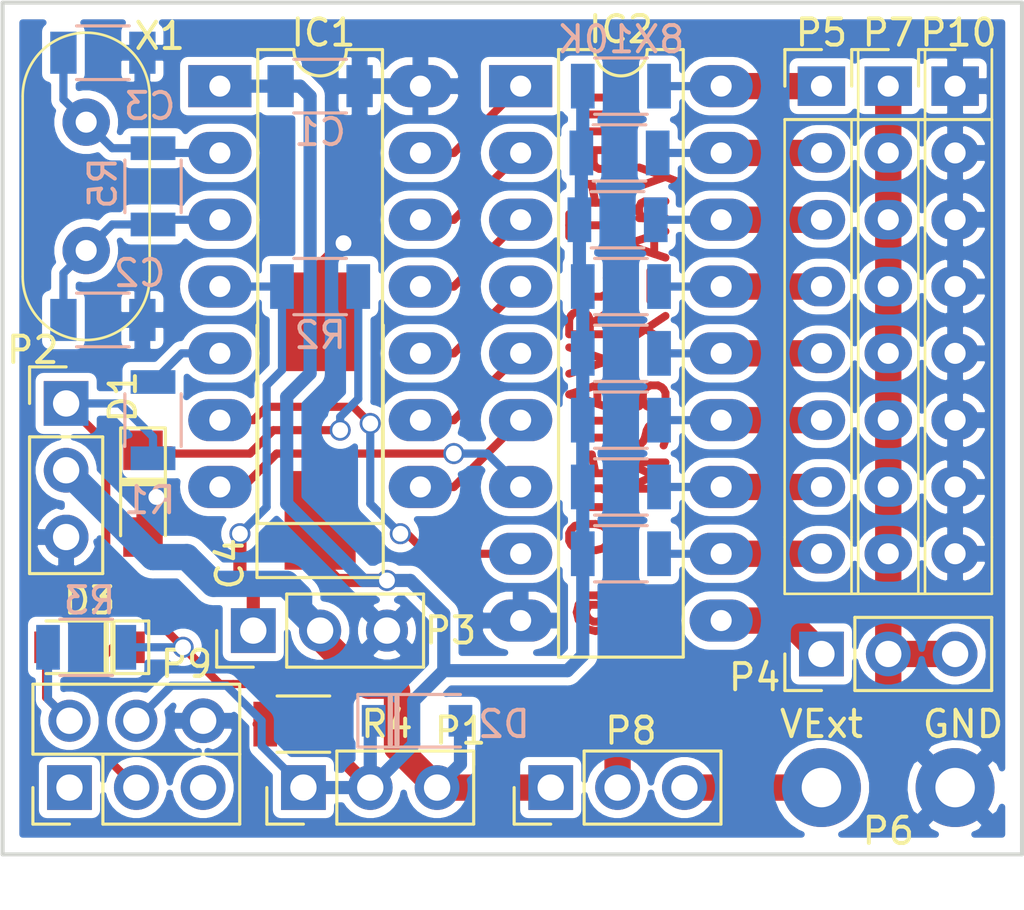
<source format=kicad_pcb>
(kicad_pcb (version 20171130) (host pcbnew "(5.1.5)-3")
  (title_block (title "Decodeur Multi Switch  8 voies") (date 2020-05-30) (rev 0.1) (company OpenAVRc))
  (layers (0 F.Cu signal) (31 B.Cu signal hide) (34 B.Paste user hide) (35 F.Paste user hide) (36 B.SilkS user hide) (37 F.SilkS user) (38 B.Mask user hide) (39 F.Mask user) (44 Edge.Cuts user))
  (net 0 "")
  (net 1 GND)
  (net 2 +5V)
  (net 3 "Net-(C2-Pad1)")
  (net 4 "Net-(IC1-Pad8)")
  (net 5 "Net-(IC1-Pad9)")
  (net 6 "Net-(IC1-Pad10)")
  (net 7 "Net-(IC1-Pad4)")
  (net 8 "Net-(IC1-Pad11)")
  (net 9 "Net-(IC1-Pad5)")
  (net 10 "Net-(IC1-Pad12)")
  (net 11 "Net-(IC1-Pad6)")
  (net 12 "Net-(IC1-Pad13)")
  (net 13 "Net-(IC1-Pad7)")
  (net 14 "Net-(C3-Pad1)")
  (net 15 "Net-(IC2-Pad10)")
  (net 16 "Net-(IC2-Pad11)")
  (net 17 "Net-(IC2-Pad12)")
  (net 18 "Net-(IC2-Pad13)")
  (net 19 "Net-(IC2-Pad14)")
  (net 20 "Net-(IC2-Pad15)")
  (net 21 "Net-(IC2-Pad16)")
  (net 22 "Net-(IC2-Pad17)")
  (net 23 "Net-(IC2-Pad18)")
  (net 24 "Net-(P2-Pad1)")
  (net 25 "Net-(P4-Pad2)")
  (net 26 +VRx)
  (net 27 "Net-(D3-Pad1)")
  (net 28 "Net-(D3-Pad2)")
  (net 29 +12C)
  (net 30 "Net-(D1-Pad1)")
  (module Pin_Header_Straight_1x09_Pitch2.54mm (layer F.Cu) (at 169.545 91.44)
    (fp_text reference P10 (at 0.127 -2.032) (layer F.SilkS))
    (fp_text value OUTPUT_1X8_GND)
    (fp_line (start -1.397 17.145) (end -1.397 19.304) (layer F.SilkS) (width 0.1))
    (fp_line (start -1.397 19.304) (end 1.397 19.304) (layer F.SilkS) (width 0.1))
    (fp_line (start 1.397 19.304) (end 1.397 17.145) (layer F.SilkS) (width 0.1))
    (fp_line (start -1.397 17.145) (end -1.397 1.27) (layer F.SilkS) (width 0.1))
    (fp_line (start 1.397 17.145) (end 1.397 -1.397) (layer F.SilkS) (width 0.1))
    (fp_line (start 1.39 1.27) (end -1.39 1.27) (layer F.SilkS) (width 0.12))
    (fp_line (start -1.39 0) (end -1.39 -1.39) (layer F.SilkS) (width 0.12))
    (fp_line (start -1.39 -1.39) (end 0 -1.39) (layer F.SilkS) (width 0.12))
    (pad 1 thru_hole rect (at 0 0) (size 1.8 1.5) (drill 0.8) (layers *.Cu *.Mask) (net 1 GND))
    (pad 2 thru_hole oval (at 0 2.54) (size 1.8 1.5) (drill 0.8) (layers *.Cu *.Mask) (net 1 GND))
    (pad 3 thru_hole oval (at 0 5.08) (size 1.8 1.5) (drill 0.8) (layers *.Cu *.Mask) (net 1 GND))
    (pad 4 thru_hole oval (at 0 7.62) (size 1.8 1.5) (drill 0.8) (layers *.Cu *.Mask) (net 1 GND))
    (pad 5 thru_hole oval (at 0 10.16) (size 1.8 1.5) (drill 0.8) (layers *.Cu *.Mask) (net 1 GND))
    (pad 6 thru_hole oval (at 0 12.7) (size 1.8 1.5) (drill 0.8) (layers *.Cu *.Mask) (net 1 GND))
    (pad 7 thru_hole oval (at 0 15.24) (size 1.8 1.5) (drill 0.8) (layers *.Cu *.Mask) (net 1 GND))
    (pad 8 thru_hole oval (at 0 17.78) (size 1.8 1.5) (drill 0.8) (layers *.Cu *.Mask) (net 1 GND))
  )
  (module Pin_Header_Straight_1x09_Pitch2.54mm (layer F.Cu) (at 167.005 91.44)
    (fp_text reference P7 (at 0 -2.032) (layer F.SilkS))
    (fp_text value OUTPUT_1X8_ALIM)
    (fp_line (start -1.397 17.145) (end -1.397 19.304) (layer F.SilkS) (width 0.1))
    (fp_line (start -1.397 19.304) (end 1.397 19.304) (layer F.SilkS) (width 0.1))
    (fp_line (start 1.397 19.304) (end 1.397 17.145) (layer F.SilkS) (width 0.1))
    (fp_line (start -1.397 17.145) (end -1.397 1.27) (layer F.SilkS) (width 0.1))
    (fp_line (start 1.397 17.145) (end 1.397 -1.397) (layer F.SilkS) (width 0.1))
    (fp_line (start 1.39 1.27) (end -1.39 1.27) (layer F.SilkS) (width 0.12))
    (fp_line (start -1.39 0) (end -1.39 -1.39) (layer F.SilkS) (width 0.12))
    (fp_line (start -1.39 -1.39) (end 0 -1.39) (layer F.SilkS) (width 0.12))
    (pad 1 thru_hole rect (at 0 0) (size 1.8 1.5) (drill 0.8) (layers *.Cu *.Mask) (net 25 "Net-(P4-Pad2)"))
    (pad 2 thru_hole oval (at 0 2.54) (size 1.8 1.5) (drill 0.8) (layers *.Cu *.Mask) (net 25 "Net-(P4-Pad2)"))
    (pad 3 thru_hole oval (at 0 5.08) (size 1.8 1.5) (drill 0.8) (layers *.Cu *.Mask) (net 25 "Net-(P4-Pad2)"))
    (pad 4 thru_hole oval (at 0 7.62) (size 1.8 1.5) (drill 0.8) (layers *.Cu *.Mask) (net 25 "Net-(P4-Pad2)"))
    (pad 5 thru_hole oval (at 0 10.16) (size 1.8 1.5) (drill 0.8) (layers *.Cu *.Mask) (net 25 "Net-(P4-Pad2)"))
    (pad 6 thru_hole oval (at 0 12.7) (size 1.8 1.5) (drill 0.8) (layers *.Cu *.Mask) (net 25 "Net-(P4-Pad2)"))
    (pad 7 thru_hole oval (at 0 15.24) (size 1.8 1.5) (drill 0.8) (layers *.Cu *.Mask) (net 25 "Net-(P4-Pad2)"))
    (pad 8 thru_hole oval (at 0 17.78) (size 1.8 1.5) (drill 0.8) (layers *.Cu *.Mask) (net 25 "Net-(P4-Pad2)"))
  )
  (module DIP-14_W7.62mm_LongPads (layer F.Cu) (at 141.605 91.44)
    (fp_text reference IC1 (at 3.937 -2.032) (layer F.SilkS))
    (fp_text value ATTINY84-P)
    (fp_line (start 2.81 -1.39) (end 1.44 -1.39) (layer F.SilkS) (width 0.12))
    (fp_line (start 1.44 -1.39) (end 1.44 16.63) (layer F.SilkS) (width 0.12))
    (fp_line (start 1.44 16.63) (end 6.18 16.63) (layer F.SilkS) (width 0.12))
    (fp_line (start 6.18 16.63) (end 6.18 -1.39) (layer F.SilkS) (width 0.12))
    (fp_line (start 6.18 -1.39) (end 4.81 -1.39) (layer F.SilkS) (width 0.12))
    (fp_arc (start 3.81 -1.39) (end 2.81 -1.39) (angle -180) (layer F.SilkS) (width 0.12))
    (pad 1 thru_hole rect (at 0 0) (size 2.4 1.6) (drill 0.8) (layers *.Cu *.Mask) (net 2 +5V))
    (pad 8 thru_hole oval (at 7.62 15.24) (size 2.4 1.6) (drill 0.8) (layers *.Cu *.Mask) (net 4 "Net-(IC1-Pad8)"))
    (pad 2 thru_hole oval (at 0 2.54) (size 2.4 1.6) (drill 0.8) (layers *.Cu *.Mask) (net 14 "Net-(C3-Pad1)"))
    (pad 9 thru_hole oval (at 7.62 12.7) (size 2.4 1.6) (drill 0.8) (layers *.Cu *.Mask) (net 5 "Net-(IC1-Pad9)"))
    (pad 3 thru_hole oval (at 0 5.08) (size 2.4 1.6) (drill 0.8) (layers *.Cu *.Mask) (net 3 "Net-(C2-Pad1)"))
    (pad 10 thru_hole oval (at 7.62 10.16) (size 2.4 1.6) (drill 0.8) (layers *.Cu *.Mask) (net 6 "Net-(IC1-Pad10)"))
    (pad 4 thru_hole oval (at 0 7.62) (size 2.4 1.6) (drill 0.8) (layers *.Cu *.Mask) (net 7 "Net-(IC1-Pad4)"))
    (pad 11 thru_hole oval (at 7.62 7.62) (size 2.4 1.6) (drill 0.8) (layers *.Cu *.Mask) (net 8 "Net-(IC1-Pad11)"))
    (pad 5 thru_hole oval (at 0 10.16) (size 2.4 1.6) (drill 0.8) (layers *.Cu *.Mask) (net 9 "Net-(IC1-Pad5)"))
    (pad 12 thru_hole oval (at 7.62 5.08) (size 2.4 1.6) (drill 0.8) (layers *.Cu *.Mask) (net 10 "Net-(IC1-Pad12)"))
    (pad 6 thru_hole oval (at 0 12.7) (size 2.4 1.6) (drill 0.8) (layers *.Cu *.Mask) (net 11 "Net-(IC1-Pad6)"))
    (pad 13 thru_hole oval (at 7.62 2.54) (size 2.4 1.6) (drill 0.8) (layers *.Cu *.Mask) (net 12 "Net-(IC1-Pad13)"))
    (pad 7 thru_hole oval (at 0 15.24) (size 2.4 1.6) (drill 0.8) (layers *.Cu *.Mask) (net 13 "Net-(IC1-Pad7)"))
    (pad 14 thru_hole oval (at 7.62 0) (size 2.4 1.6) (drill 0.8) (layers *.Cu *.Mask) (net 1 GND))
  )
  (module Pin_Header_Straight_1x09_Pitch2.54mm (layer F.Cu) (at 164.465 91.44)
    (fp_text reference P5 (at 0 -2.032) (layer F.SilkS))
    (fp_text value OUTPUT_1X8)
    (fp_line (start -1.397 17.145) (end -1.397 19.304) (layer F.SilkS) (width 0.1))
    (fp_line (start -1.397 19.304) (end 1.397 19.304) (layer F.SilkS) (width 0.1))
    (fp_line (start 1.397 19.304) (end 1.397 17.145) (layer F.SilkS) (width 0.1))
    (fp_line (start -1.397 17.145) (end -1.397 1.27) (layer F.SilkS) (width 0.1))
    (fp_line (start 1.397 17.145) (end 1.397 -1.397) (layer F.SilkS) (width 0.1))
    (fp_line (start 1.39 1.27) (end -1.39 1.27) (layer F.SilkS) (width 0.12))
    (fp_line (start -1.39 0) (end -1.39 -1.39) (layer F.SilkS) (width 0.12))
    (fp_line (start -1.39 -1.39) (end 0 -1.39) (layer F.SilkS) (width 0.12))
    (pad 1 thru_hole rect (at 0 0) (size 1.8 1.5) (drill 0.8) (layers *.Cu *.Mask) (net 23 "Net-(IC2-Pad18)"))
    (pad 2 thru_hole oval (at 0 2.54) (size 1.8 1.5) (drill 0.8) (layers *.Cu *.Mask) (net 22 "Net-(IC2-Pad17)"))
    (pad 3 thru_hole oval (at 0 5.08) (size 1.8 1.5) (drill 0.8) (layers *.Cu *.Mask) (net 21 "Net-(IC2-Pad16)"))
    (pad 4 thru_hole oval (at 0 7.62) (size 1.8 1.5) (drill 0.8) (layers *.Cu *.Mask) (net 20 "Net-(IC2-Pad15)"))
    (pad 5 thru_hole oval (at 0 10.16) (size 1.8 1.5) (drill 0.8) (layers *.Cu *.Mask) (net 19 "Net-(IC2-Pad14)"))
    (pad 6 thru_hole oval (at 0 12.7) (size 1.8 1.5) (drill 0.8) (layers *.Cu *.Mask) (net 18 "Net-(IC2-Pad13)"))
    (pad 7 thru_hole oval (at 0 15.24) (size 1.8 1.5) (drill 0.8) (layers *.Cu *.Mask) (net 17 "Net-(IC2-Pad12)"))
    (pad 8 thru_hole oval (at 0 17.78) (size 1.8 1.5) (drill 0.8) (layers *.Cu *.Mask) (net 16 "Net-(IC2-Pad11)"))
  )
  (module C_1206 (layer B.Cu) (at 145.415 91.44)
    (fp_text reference C1 (at 0 1.75) (layer B.SilkS) (effects (justify mirror)))
    (fp_text value 100nF)
    (fp_line (start 1 1.02) (end -1 1.02) (layer B.SilkS) (width 0.12))
    (fp_line (start -1 -1.02) (end 1 -1.02) (layer B.SilkS) (width 0.12))
    (pad 1 smd rect (at -1.5 0) (size 1 1.6) (layers B.Cu B.Paste B.Mask) (net 2 +5V))
    (pad 2 smd rect (at 1.5 0) (size 1 1.6) (layers B.Cu B.Paste B.Mask) (net 1 GND))
  )
  (module C_1206 (layer B.Cu) (at 137.16 100.33)
    (fp_text reference C2 (at 1.397 -1.778) (layer B.SilkS) (effects (justify mirror)))
    (fp_text value 22pF)
    (fp_line (start 1 1.02) (end -1 1.02) (layer B.SilkS) (width 0.12))
    (fp_line (start -1 -1.02) (end 1 -1.02) (layer B.SilkS) (width 0.12))
    (pad 1 smd rect (at -1.5 0) (size 1 1.6) (layers B.Cu B.Paste B.Mask) (net 3 "Net-(C2-Pad1)"))
    (pad 2 smd rect (at 1.5 0) (size 1 1.6) (layers B.Cu B.Paste B.Mask) (net 1 GND))
  )
  (module C_1206 (layer B.Cu) (at 137.16 90.17)
    (fp_text reference C3 (at 1.778 2.032) (layer B.SilkS) (effects (justify mirror)))
    (fp_text value 22pF)
    (fp_line (start 1 1.02) (end -1 1.02) (layer B.SilkS) (width 0.12))
    (fp_line (start -1 -1.02) (end 1 -1.02) (layer B.SilkS) (width 0.12))
    (pad 1 smd rect (at -1.5 0) (size 1 1.6) (layers B.Cu B.Paste B.Mask) (net 14 "Net-(C3-Pad1)"))
    (pad 2 smd rect (at 1.5 0) (size 1 1.6) (layers B.Cu B.Paste B.Mask) (net 1 GND))
  )
  (module R_1206 (layer B.Cu) (at 145.415 99.06)
    (fp_text reference R2 (at 0 1.85) (layer B.SilkS) (effects (justify mirror)))
    (fp_text value 2,7K)
    (fp_line (start 1 -1.07) (end -1 -1.07) (layer B.SilkS) (width 0.12))
    (fp_line (start -1 1.07) (end 1 1.07) (layer B.SilkS) (width 0.12))
    (pad 1 smd rect (at -1.45 0) (size 0.9 1.7) (layers B.Cu B.Paste B.Mask) (net 7 "Net-(IC1-Pad4)"))
    (pad 2 smd rect (at 1.45 0) (size 0.9 1.7) (layers B.Cu B.Paste B.Mask) (net 30 "Net-(D1-Pad1)"))
  )
  (module DIP-18_W7.62mm_LongPads (layer F.Cu) (at 153.035 91.44)
    (fp_text reference IC2 (at 3.81 -2.159) (layer F.SilkS))
    (fp_text value ULN2803)
    (fp_line (start 2.81 -1.39) (end 1.44 -1.39) (layer F.SilkS) (width 0.12))
    (fp_line (start 1.44 -1.39) (end 1.44 21.71) (layer F.SilkS) (width 0.12))
    (fp_line (start 1.44 21.71) (end 6.18 21.71) (layer F.SilkS) (width 0.12))
    (fp_line (start 6.18 21.71) (end 6.18 -1.39) (layer F.SilkS) (width 0.12))
    (fp_line (start 6.18 -1.39) (end 4.81 -1.39) (layer F.SilkS) (width 0.12))
    (fp_arc (start 3.81 -1.39) (end 2.81 -1.39) (angle -180) (layer F.SilkS) (width 0.12))
    (pad 1 thru_hole rect (at 0 0) (size 2.4 1.6) (drill 0.8) (layers *.Cu *.Mask) (net 12 "Net-(IC1-Pad13)"))
    (pad 10 thru_hole oval (at 7.62 20.32) (size 2.4 1.6) (drill 0.8) (layers *.Cu *.Mask) (net 15 "Net-(IC2-Pad10)"))
    (pad 2 thru_hole oval (at 0 2.54) (size 2.4 1.6) (drill 0.8) (layers *.Cu *.Mask) (net 10 "Net-(IC1-Pad12)"))
    (pad 11 thru_hole oval (at 7.62 17.78) (size 2.4 1.6) (drill 0.8) (layers *.Cu *.Mask) (net 16 "Net-(IC2-Pad11)"))
    (pad 3 thru_hole oval (at 0 5.08) (size 2.4 1.6) (drill 0.8) (layers *.Cu *.Mask) (net 8 "Net-(IC1-Pad11)"))
    (pad 12 thru_hole oval (at 7.62 15.24) (size 2.4 1.6) (drill 0.8) (layers *.Cu *.Mask) (net 17 "Net-(IC2-Pad12)"))
    (pad 4 thru_hole oval (at 0 7.62) (size 2.4 1.6) (drill 0.8) (layers *.Cu *.Mask) (net 6 "Net-(IC1-Pad10)"))
    (pad 13 thru_hole oval (at 7.62 12.7) (size 2.4 1.6) (drill 0.8) (layers *.Cu *.Mask) (net 18 "Net-(IC2-Pad13)"))
    (pad 5 thru_hole oval (at 0 10.16) (size 2.4 1.6) (drill 0.8) (layers *.Cu *.Mask) (net 5 "Net-(IC1-Pad9)"))
    (pad 14 thru_hole oval (at 7.62 10.16) (size 2.4 1.6) (drill 0.8) (layers *.Cu *.Mask) (net 19 "Net-(IC2-Pad14)"))
    (pad 6 thru_hole oval (at 0 12.7) (size 2.4 1.6) (drill 0.8) (layers *.Cu *.Mask) (net 4 "Net-(IC1-Pad8)"))
    (pad 15 thru_hole oval (at 7.62 7.62) (size 2.4 1.6) (drill 0.8) (layers *.Cu *.Mask) (net 20 "Net-(IC2-Pad15)"))
    (pad 7 thru_hole oval (at 0 15.24) (size 2.4 1.6) (drill 0.8) (layers *.Cu *.Mask) (net 13 "Net-(IC1-Pad7)"))
    (pad 16 thru_hole oval (at 7.62 5.08) (size 2.4 1.6) (drill 0.8) (layers *.Cu *.Mask) (net 21 "Net-(IC2-Pad16)"))
    (pad 8 thru_hole oval (at 0 17.78) (size 2.4 1.6) (drill 0.8) (layers *.Cu *.Mask) (net 11 "Net-(IC1-Pad6)"))
    (pad 17 thru_hole oval (at 7.62 2.54) (size 2.4 1.6) (drill 0.8) (layers *.Cu *.Mask) (net 22 "Net-(IC2-Pad17)"))
    (pad 9 thru_hole oval (at 0 20.32) (size 2.4 1.6) (drill 0.8) (layers *.Cu *.Mask) (net 1 GND))
    (pad 18 thru_hole oval (at 7.62 0) (size 2.4 1.6) (drill 0.8) (layers *.Cu *.Mask) (net 23 "Net-(IC2-Pad18)"))
  )
  (module Pin_Header_Straight_1x03_Pitch2.54mm (layer F.Cu) (at 144.78 118.11 90)
    (fp_text reference P1 (at 2.159 5.969 180) (layer F.SilkS))
    (fp_text value "+V=VRx / +V<VRx")
    (fp_line (start -1.39 1.27) (end -1.39 6.47) (layer F.SilkS) (width 0.12))
    (fp_line (start -1.39 6.47) (end 1.39 6.47) (layer F.SilkS) (width 0.12))
    (fp_line (start 1.39 6.47) (end 1.39 1.27) (layer F.SilkS) (width 0.12))
    (fp_line (start 1.39 1.27) (end -1.39 1.27) (layer F.SilkS) (width 0.12))
    (fp_line (start -1.39 0) (end -1.39 -1.39) (layer F.SilkS) (width 0.12))
    (fp_line (start -1.39 -1.39) (end 0 -1.39) (layer F.SilkS) (width 0.12))
    (pad 1 thru_hole rect (at 0 0 90) (size 1.7 1.7) (drill 1) (layers *.Cu *.Mask) (net 2 +5V))
    (pad 2 thru_hole oval (at 0 2.54 90) (size 1.7 1.7) (drill 1) (layers *.Cu *.Mask) (net 2 +5V))
    (pad 3 thru_hole oval (at 0 5.08 90) (size 1.7 1.7) (drill 1) (layers *.Cu *.Mask) (net 26 +VRx))
  )
  (module Pin_Header_Straight_1x03_Pitch2.54mm (layer F.Cu) (at 135.763 103.505)
    (fp_text reference P2 (at -1.27 -2.032 180) (layer F.SilkS))
    (fp_text value XANY_INPUT)
    (fp_line (start -1.39 1.27) (end -1.39 6.47) (layer F.SilkS) (width 0.12))
    (fp_line (start -1.39 6.47) (end 1.39 6.47) (layer F.SilkS) (width 0.12))
    (fp_line (start 1.39 6.47) (end 1.39 1.27) (layer F.SilkS) (width 0.12))
    (fp_line (start 1.39 1.27) (end -1.39 1.27) (layer F.SilkS) (width 0.12))
    (fp_line (start -1.39 0) (end -1.39 -1.39) (layer F.SilkS) (width 0.12))
    (fp_line (start -1.39 -1.39) (end 0 -1.39) (layer F.SilkS) (width 0.12))
    (pad 1 thru_hole rect (at 0 0) (size 1.7 1.7) (drill 1) (layers *.Cu *.Mask) (net 24 "Net-(P2-Pad1)"))
    (pad 2 thru_hole oval (at 0 2.54) (size 1.7 1.7) (drill 1) (layers *.Cu *.Mask) (net 26 +VRx))
    (pad 3 thru_hole oval (at 0 5.08) (size 1.7 1.7) (drill 1) (layers *.Cu *.Mask) (net 1 GND))
  )
  (module Pin_Header_Straight_1x03_Pitch2.54mm (layer F.Cu) (at 142.875 112.141 90)
    (fp_text reference P3 (at 0 7.493 180) (layer F.SilkS))
    (fp_text value SERVO)
    (fp_line (start -1.39 1.27) (end -1.39 6.47) (layer F.SilkS) (width 0.12))
    (fp_line (start -1.39 6.47) (end 1.39 6.47) (layer F.SilkS) (width 0.12))
    (fp_line (start 1.39 6.47) (end 1.39 1.27) (layer F.SilkS) (width 0.12))
    (fp_line (start 1.39 1.27) (end -1.39 1.27) (layer F.SilkS) (width 0.12))
    (fp_line (start -1.39 0) (end -1.39 -1.39) (layer F.SilkS) (width 0.12))
    (fp_line (start -1.39 -1.39) (end 0 -1.39) (layer F.SilkS) (width 0.12))
    (pad 1 thru_hole rect (at 0 0 90) (size 1.7 1.7) (drill 1) (layers *.Cu *.Mask) (net 7 "Net-(IC1-Pad4)"))
    (pad 2 thru_hole circle (at 0 2.54 90) (size 1.6 1.6) (drill 1) (layers *.Cu *.Mask) (net 26 +VRx))
    (pad 3 thru_hole circle (at 0 5.08 90) (size 1.6 1.6) (drill 1) (layers *.Cu *.Mask) (net 1 GND))
  )
  (module Pin_Header_Straight_1x03_Pitch2.54mm (layer F.Cu) (at 164.465 113.03 90)
    (fp_text reference P4 (at -0.889 -2.54 180) (layer F.SilkS))
    (fp_text value DIODE)
    (fp_line (start -1.39 1.27) (end -1.39 6.47) (layer F.SilkS) (width 0.12))
    (fp_line (start -1.39 6.47) (end 1.39 6.47) (layer F.SilkS) (width 0.12))
    (fp_line (start 1.39 6.47) (end 1.39 1.27) (layer F.SilkS) (width 0.12))
    (fp_line (start 1.39 1.27) (end -1.39 1.27) (layer F.SilkS) (width 0.12))
    (fp_line (start -1.39 0) (end -1.39 -1.39) (layer F.SilkS) (width 0.12))
    (fp_line (start -1.39 -1.39) (end 0 -1.39) (layer F.SilkS) (width 0.12))
    (pad 1 thru_hole rect (at 0 0 90) (size 1.7 1.7) (drill 1) (layers *.Cu *.Mask) (net 15 "Net-(IC2-Pad10)"))
    (pad 2 thru_hole oval (at 0 2.54 90) (size 1.7 1.7) (drill 1) (layers *.Cu *.Mask) (net 25 "Net-(P4-Pad2)"))
    (pad 3 thru_hole oval (at 0 5.08 90) (size 1.7 1.7) (drill 1) (layers *.Cu *.Mask) (net 25 "Net-(P4-Pad2)"))
  )
  (module R_1206 (layer B.Cu) (at 139.065 104.14 90)
    (fp_text reference R1 (at -3.048 -0.127 180) (layer B.SilkS) (effects (justify mirror)))
    (fp_text value 1K)
    (fp_line (start 1 -1.07) (end -1 -1.07) (layer B.SilkS) (width 0.12))
    (fp_line (start -1 1.07) (end 1 1.07) (layer B.SilkS) (width 0.12))
    (pad 1 smd rect (at -1.45 0 90) (size 0.9 1.7) (layers B.Cu B.Paste B.Mask) (net 24 "Net-(P2-Pad1)"))
    (pad 2 smd rect (at 1.45 0 90) (size 0.9 1.7) (layers B.Cu B.Paste B.Mask) (net 9 "Net-(IC1-Pad5)"))
  )
  (module Pin_Header_Straight_1x03_Pitch2.54mm (layer F.Cu) (at 154.178 118.11 90)
    (fp_text reference P8 (at 2.159 3.048 180) (layer F.SilkS))
    (fp_text value SEL_ALIM)
    (fp_line (start -1.39 1.27) (end -1.39 6.47) (layer F.SilkS) (width 0.12))
    (fp_line (start -1.39 6.47) (end 1.39 6.47) (layer F.SilkS) (width 0.12))
    (fp_line (start 1.39 6.47) (end 1.39 1.27) (layer F.SilkS) (width 0.12))
    (fp_line (start 1.39 1.27) (end -1.39 1.27) (layer F.SilkS) (width 0.12))
    (fp_line (start -1.39 0) (end -1.39 -1.39) (layer F.SilkS) (width 0.12))
    (fp_line (start -1.39 -1.39) (end 0 -1.39) (layer F.SilkS) (width 0.12))
    (pad 1 thru_hole rect (at 0 0 90) (size 1.7 1.7) (drill 1) (layers *.Cu *.Mask) (net 26 +VRx))
    (pad 2 thru_hole oval (at 0 2.54 90) (size 1.7 1.7) (drill 1) (layers *.Cu *.Mask) (net 25 "Net-(P4-Pad2)"))
    (pad 3 thru_hole oval (at 0 5.08 90) (size 1.7 1.7) (drill 1) (layers *.Cu *.Mask) (net 29 +12C))
  )
  (module R_1206 (layer B.Cu) (at 136.525 112.776)
    (fp_text reference R3 (at 0.127 -1.778) (layer B.SilkS) (effects (justify mirror)))
    (fp_text value 1K)
    (fp_line (start 1 -1.07) (end -1 -1.07) (layer B.SilkS) (width 0.12))
    (fp_line (start -1 1.07) (end 1 1.07) (layer B.SilkS) (width 0.12))
    (pad 1 smd rect (at -1.45 0) (size 0.9 1.7) (layers B.Cu B.Paste B.Mask) (net 28 "Net-(D3-Pad2)"))
    (pad 2 smd rect (at 1.45 0) (size 0.9 1.7) (layers B.Cu B.Paste B.Mask) (net 24 "Net-(P2-Pad1)"))
  )
  (module R_1206 (layer F.Cu) (at 144.78 115.697 180)
    (fp_text reference R4 (at -3.175 0 180) (layer F.SilkS))
    (fp_text value 10K)
    (fp_line (start 1 1.07) (end -1 1.07) (layer F.SilkS) (width 0.12))
    (fp_line (start -1 -1.07) (end 1 -1.07) (layer F.SilkS) (width 0.12))
    (pad 1 smd rect (at -1.45 0 180) (size 0.9 1.7) (layers F.Cu F.Paste F.Mask) (net 2 +5V))
    (pad 2 smd rect (at 1.45 0 180) (size 0.9 1.7) (layers F.Cu F.Paste F.Mask) (net 24 "Net-(P2-Pad1)"))
  )
  (module Pin_Header_Straight_2x03_Pitch2.54mm (layer F.Cu) (at 135.89 118.11 90)
    (fp_text reference P9 (at 4.699 4.445 180) (layer F.SilkS))
    (fp_text value FTDI)
    (fp_line (start 1.27 1.27) (end 1.27 6.477) (layer F.SilkS) (width 0.12))
    (fp_line (start -1.39 1.27) (end -1.39 6.47) (layer F.SilkS) (width 0.12))
    (fp_line (start -1.39 6.47) (end 3.93 6.47) (layer F.SilkS) (width 0.12))
    (fp_line (start 3.93 6.47) (end 3.93 -1.39) (layer F.SilkS) (width 0.12))
    (fp_line (start 3.93 -1.39) (end 1.27 -1.39) (layer F.SilkS) (width 0.12))
    (fp_line (start 1.27 -1.39) (end 1.27 1.27) (layer F.SilkS) (width 0.12))
    (fp_line (start 1.27 1.27) (end -1.39 1.27) (layer F.SilkS) (width 0.12))
    (fp_line (start -1.39 0) (end -1.39 -1.39) (layer F.SilkS) (width 0.12))
    (fp_line (start -1.39 -1.39) (end 0 -1.39) (layer F.SilkS) (width 0.12))
    (pad 1 thru_hole rect (at 0 0 90) (size 1.7 1.7) (drill 1) (layers *.Cu *.Mask))
    (pad 2 thru_hole circle (at 2.54 0 90) (size 1.6 1.6) (drill 1) (layers *.Cu *.Mask) (net 28 "Net-(D3-Pad2)"))
    (pad 3 thru_hole oval (at 0 2.54 90) (size 1.7 1.7) (drill 1) (layers *.Cu *.Mask) (net 27 "Net-(D3-Pad1)"))
    (pad 4 thru_hole circle (at 2.54 2.54 90) (size 1.6 1.6) (drill 1) (layers *.Cu *.Mask) (net 2 +5V))
    (pad 5 thru_hole oval (at 0 5.08 90) (size 1.7 1.7) (drill 1) (layers *.Cu *.Mask))
    (pad 6 thru_hole oval (at 2.54 5.08 90) (size 1.7 1.7) (drill 1) (layers *.Cu *.Mask) (net 1 GND))
  )
  (module R_1206 (layer B.Cu) (at 139.065 95.25 90)
    (fp_text reference R5 (at 0.127 -1.905 90) (layer B.SilkS) (effects (justify mirror)))
    (fp_text value 1M)
    (fp_line (start 1 -1.07) (end -1 -1.07) (layer B.SilkS) (width 0.12))
    (fp_line (start -1 1.07) (end 1 1.07) (layer B.SilkS) (width 0.12))
    (pad 1 smd rect (at -1.45 0 90) (size 0.9 1.7) (layers B.Cu B.Paste B.Mask) (net 3 "Net-(C2-Pad1)"))
    (pad 2 smd rect (at 1.45 0 90) (size 0.9 1.7) (layers B.Cu B.Paste B.Mask) (net 14 "Net-(C3-Pad1)"))
  )
  (module R_1206 (layer B.Cu) (at 156.845 91.44)
    (fp_text reference R6 hide)
    (fp_text value 10K)
    (fp_line (start 1 -1.07) (end -1 -1.07) (layer B.SilkS) (width 0.12))
    (fp_line (start -1 1.07) (end 1 1.07) (layer B.SilkS) (width 0.12))
    (pad 1 smd rect (at -1.45 0) (size 0.9 1.7) (layers B.Cu B.Paste B.Mask) (net 2 +5V))
    (pad 2 smd rect (at 1.45 0) (size 0.9 1.7) (layers B.Cu B.Paste B.Mask) (net 23 "Net-(IC2-Pad18)"))
  )
  (module R_1206 (layer B.Cu) (at 156.792 93.98)
    (fp_text reference R7 hide)
    (fp_text value 10K)
    (fp_line (start 1 -1.07) (end -1 -1.07) (layer B.SilkS) (width 0.12))
    (fp_line (start -1 1.07) (end 1 1.07) (layer B.SilkS) (width 0.12))
    (pad 1 smd rect (at -1.45 0) (size 0.9 1.7) (layers B.Cu B.Paste B.Mask) (net 2 +5V))
    (pad 2 smd rect (at 1.45 0) (size 0.9 1.7) (layers B.Cu B.Paste B.Mask) (net 22 "Net-(IC2-Pad17)"))
  )
  (module R_1206 (layer B.Cu) (at 156.718 96.52)
    (fp_text reference R8 hide)
    (fp_text value 10K)
    (fp_line (start 1 -1.07) (end -1 -1.07) (layer B.SilkS) (width 0.12))
    (fp_line (start -1 1.07) (end 1 1.07) (layer B.SilkS) (width 0.12))
    (pad 1 smd rect (at -1.45 0) (size 0.9 1.7) (layers B.Cu B.Paste B.Mask) (net 2 +5V))
    (pad 2 smd rect (at 1.45 0) (size 0.9 1.7) (layers B.Cu B.Paste B.Mask) (net 21 "Net-(IC2-Pad16)"))
  )
  (module R_1206 (layer B.Cu) (at 156.845 99.06)
    (fp_text reference R9 hide)
    (fp_text value 10K)
    (fp_line (start 1 -1.07) (end -1 -1.07) (layer B.SilkS) (width 0.12))
    (fp_line (start -1 1.07) (end 1 1.07) (layer B.SilkS) (width 0.12))
    (pad 1 smd rect (at -1.45 0) (size 0.9 1.7) (layers B.Cu B.Paste B.Mask) (net 2 +5V))
    (pad 2 smd rect (at 1.45 0) (size 0.9 1.7) (layers B.Cu B.Paste B.Mask) (net 20 "Net-(IC2-Pad15)"))
  )
  (module R_1206 (layer B.Cu) (at 156.845 101.6)
    (fp_text reference R10 hide)
    (fp_text value 10K)
    (fp_line (start 1 -1.07) (end -1 -1.07) (layer B.SilkS) (width 0.12))
    (fp_line (start -1 1.07) (end 1 1.07) (layer B.SilkS) (width 0.12))
    (pad 1 smd rect (at -1.45 0) (size 0.9 1.7) (layers B.Cu B.Paste B.Mask) (net 2 +5V))
    (pad 2 smd rect (at 1.45 0) (size 0.9 1.7) (layers B.Cu B.Paste B.Mask) (net 19 "Net-(IC2-Pad14)"))
  )
  (module R_1206 (layer B.Cu) (at 156.845 104.14)
    (fp_text reference R11 hide)
    (fp_text value 10K)
    (fp_line (start 1 -1.07) (end -1 -1.07) (layer B.SilkS) (width 0.12))
    (fp_line (start -1 1.07) (end 1 1.07) (layer B.SilkS) (width 0.12))
    (pad 1 smd rect (at -1.45 0) (size 0.9 1.7) (layers B.Cu B.Paste B.Mask) (net 2 +5V))
    (pad 2 smd rect (at 1.45 0) (size 0.9 1.7) (layers B.Cu B.Paste B.Mask) (net 18 "Net-(IC2-Pad13)"))
  )
  (module R_1206 (layer B.Cu) (at 156.845 106.68)
    (fp_text reference R12 hide)
    (fp_text value 10K)
    (fp_line (start 1 -1.07) (end -1 -1.07) (layer B.SilkS) (width 0.12))
    (fp_line (start -1 1.07) (end 1 1.07) (layer B.SilkS) (width 0.12))
    (pad 1 smd rect (at -1.45 0) (size 0.9 1.7) (layers B.Cu B.Paste B.Mask) (net 2 +5V))
    (pad 2 smd rect (at 1.45 0) (size 0.9 1.7) (layers B.Cu B.Paste B.Mask) (net 17 "Net-(IC2-Pad12)"))
  )
  (module R_1206 (layer B.Cu) (at 156.845 109.22)
    (fp_text reference R13 hide)
    (fp_text value 10K)
    (fp_line (start 1 -1.07) (end -1 -1.07) (layer B.SilkS) (width 0.12))
    (fp_line (start -1 1.07) (end 1 1.07) (layer B.SilkS) (width 0.12))
    (pad 1 smd rect (at -1.45 0) (size 0.9 1.7) (layers B.Cu B.Paste B.Mask) (net 2 +5V))
    (pad 2 smd rect (at 1.45 0) (size 0.9 1.7) (layers B.Cu B.Paste B.Mask) (net 16 "Net-(IC2-Pad11)"))
  )
  (module CP_Tantalum_Case-D_EIA-7343-31_Hand (layer F.Cu) (at 145.415 104.175 90)
    (fp_text reference C4 (at -5.426 -3.429 90) (layer F.SilkS))
    (fp_text value 220uF)
    (fp_line (start -5.95 -2.4) (end 3.65 -2.4) (layer F.SilkS) (width 0.12))
    (fp_line (start -5.95 2.4) (end 3.65 2.4) (layer F.SilkS) (width 0.12))
    (fp_line (start -5.95 -2.4) (end -5.95 2.4) (layer F.SilkS) (width 0.12))
    (pad 1 smd rect (at -3.775 0 90) (size 3.75 2.7) (layers F.Cu F.Paste F.Mask) (net 2 +5V))
    (pad 2 smd rect (at 3.775 0 90) (size 3.75 2.7) (layers F.Cu F.Paste F.Mask) (net 1 GND))
  )
  (module mylib:LED_1206 (layer F.Cu) (at 138.684 106.935 270)
    (fp_text reference D1 (at -3.684 0.762 270) (layer F.SilkS))
    (fp_text value LED)
    (fp_line (start -2.5 -0.85) (end -2.5 0.85) (layer F.SilkS) (width 0.12))
    (fp_line (start -2.45 0.85) (end 1.6 0.85) (layer F.SilkS) (width 0.12))
    (fp_line (start -2.45 -0.85) (end 1.6 -0.85) (layer F.SilkS) (width 0.12))
    (pad 2 smd rect (at 1.65 0 90) (size 1.5 1.5) (layers F.Cu F.Paste F.Mask) (net 1 GND))
    (pad 1 smd rect (at -1.65 0 90) (size 1.5 1.5) (layers F.Cu F.Paste F.Mask) (net 30 "Net-(D1-Pad1)"))
  )
  (module Diode_SMD:D_SOD-123 (layer B.Cu) (at 149.098 115.57)
    (fp_text reference D2 (at 3.302 0.127) (layer B.SilkS) (effects (justify mirror)))
    (fp_text value LL4148)
    (fp_line (start -2.25 1) (end 1.65 1) (layer B.SilkS) (width 0.12))
    (fp_line (start -2.25 -1) (end 1.65 -1) (layer B.SilkS) (width 0.12))
    (fp_line (start -2.25 1) (end -2.25 -1) (layer B.SilkS) (width 0.12))
    (pad 2 smd rect (at 1.65 0) (size 0.9 1.2) (layers B.Cu B.Paste B.Mask) (net 26 +VRx))
    (pad 1 smd rect (at -1.65 0) (size 0.9 1.2) (layers B.Cu B.Paste B.Mask) (net 2 +5V))
  )
  (module Diode_SMD:D_SOD-123 (layer F.Cu) (at 136.652 112.776 180)
    (fp_text reference D3 (at 0 1.778) (layer F.SilkS))
    (fp_text value LL4148)
    (fp_line (start -2.25 -1) (end -2.25 1) (layer F.SilkS) (width 0.12))
    (fp_line (start -2.25 1) (end 1.65 1) (layer F.SilkS) (width 0.12))
    (fp_line (start -2.25 -1) (end 1.65 -1) (layer F.SilkS) (width 0.12))
    (pad 1 smd rect (at -1.65 0 180) (size 0.9 1.2) (layers F.Cu F.Paste F.Mask) (net 27 "Net-(D3-Pad1)"))
    (pad 2 smd rect (at 1.65 0 180) (size 0.9 1.2) (layers F.Cu F.Paste F.Mask) (net 28 "Net-(D3-Pad2)"))
  )
  (module mylib:Faston_V-5_08 (layer F.Cu) (at 167.005 118.11 180)
    (fp_text reference P6 (at 0 -1.651 180) (layer F.SilkS))
    (fp_text value VExt)
    (pad 2 thru_hole circle (at 2.54 0 180) (size 3 3) (drill 1.5) (layers *.Cu *.Mask) (net 29 +12C))
    (pad 1 thru_hole circle (at -2.54 0 180) (size 3 3) (drill 1.5) (layers *.Cu *.Mask) (net 1 GND))
  )
  (module mylib:HC-39 (layer F.Cu) (at 136.525 95.25 270)
    (fp_text reference X1 (at -5.715 -2.794) (layer F.SilkS))
    (fp_text value 16Mhz)
    (fp_arc (start 3.429 0) (end 3.429 2.413) (angle -180) (layer F.SilkS) (width 0.1))
    (fp_arc (start -3.429 0) (end -3.429 -2.413) (angle -180) (layer F.SilkS) (width 0.1))
    (fp_line (start 3.429 2.413) (end -3.429 2.413) (layer F.SilkS) (width 0.1))
    (fp_line (start 3.429 -2.413) (end -3.429 -2.413) (layer F.SilkS) (width 0.1))
    (pad 2 thru_hole circle (at 2.44 0 270) (size 1.8 1.8) (drill 0.8) (layers *.Cu *.Mask) (net 3 "Net-(C2-Pad1)"))
    (pad 1 thru_hole circle (at -2.44 0 270) (size 1.8 1.8) (drill 0.8) (layers *.Cu *.Mask) (net 14 "Net-(C3-Pad1)"))
  )
  (gr_line (start 148.082 114.681) (end 148.082 116.459) (layer B.SilkS) (width 0.2))
  (gr_line (start 148.336 116.459) (end 148.336 114.681) (layer B.SilkS) (width 0.2))
  (gr_line (start 137.922 106.553) (end 139.446 106.553) (layer F.SilkS) (width 0.2))
  (gr_line (start 137.922 106.426) (end 139.446 106.426) (layer F.SilkS) (width 0.2))
  (gr_line (start 137.541 111.887) (end 137.541 113.665) (layer F.SilkS) (width 0.2))
  (gr_line (start 137.287 111.887) (end 137.287 113.665) (layer F.SilkS) (width 0.2))
  (gr_text "VExt   GND" (at 167.132 115.697) (layer F.SilkS) (effects (font (size 1 1))))
  (gr_text 8X10K (at 156.845 89.662) (layer B.SilkS) (effects (font (size 1 1)) (justify mirror)))
  (gr_line (start 133.35 120.65) (end 133.35 88.265) (angle 90) (layer Edge.Cuts) (width 0.15))
  (gr_line (start 172.085 120.65) (end 172.085 88.265) (angle 90) (layer Edge.Cuts) (width 0.15))
  (gr_line (start 172.085 88.265) (end 133.35 88.265) (angle 90) (layer Edge.Cuts) (width 0.15))
  (gr_line (start 133.35 120.65) (end 172.085 120.65) (angle 90) (layer Edge.Cuts) (width 0.15))
  (gr_text "MS8 X-Any" (at 157.861 100.711 90) (layer F.Cu) (effects (font (size 1.5 1.5) (thickness 0.3))))
  (gr_text "@ OpenAVRc Team" (at 155.702 101.981 90) (layer F.Cu) (effects (font (size 1.5 1.5) (thickness 0.3))))
  (segment (start 146.915 91.44) (end 149.225 91.44) (width 0.5) (layer B.Cu) (net 1))
  (segment (start 138.684 108.585) (end 138.684 107.569) (width 0.5) (layer F.Cu) (net 1))
  (via (at 139.192 107.061) (size 0.8) (drill 0.6) (layers F.Cu B.Cu) (net 1))
  (segment (start 138.684 107.569) (end 139.192 107.061) (width 0.5) (layer F.Cu) (net 1))
  (segment (start 145.415 98.298) (end 145.415 100.4) (width 0.5) (layer F.Cu) (net 1))
  (via (at 146.304 97.409) (size 0.8) (drill 0.6) (layers F.Cu B.Cu) (net 1))
  (segment (start 146.304 97.409) (end 145.415 98.298) (width 0.5) (layer F.Cu) (net 1))
  (segment (start 146.23 115.697) (end 146.23 117.02) (width 0.5) (layer F.Cu) (net 2))
  (segment (start 146.23 117.02) (end 147.32 118.11) (width 0.5) (layer F.Cu) (net 2))
  (segment (start 148.971 116.459) (end 147.32 118.11) (width 0.5) (layer B.Cu) (net 2))
  (segment (start 150.114 113.665) (end 148.971 114.808) (width 0.5) (layer B.Cu) (net 2))
  (segment (start 148.971 114.808) (end 148.971 116.459) (width 0.5) (layer B.Cu) (net 2))
  (segment (start 144.78 118.11) (end 147.32 118.11) (width 0.5) (layer B.Cu) (net 2))
  (segment (start 147.448 117.982) (end 147.32 118.11) (width 0.5) (layer B.Cu) (net 2))
  (segment (start 143.915 91.44) (end 141.605 91.44) (width 0.5) (layer B.Cu) (net 2))
  (segment (start 155.395 93.927) (end 155.342 93.98) (width 0.5) (layer B.Cu) (net 2))
  (segment (start 155.395 91.44) (end 155.395 93.927) (width 0.5) (layer B.Cu) (net 2))
  (segment (start 155.342 96.446) (end 155.268 96.52) (width 0.5) (layer B.Cu) (net 2))
  (segment (start 155.342 93.98) (end 155.342 96.446) (width 0.5) (layer B.Cu) (net 2))
  (segment (start 155.268 98.933) (end 155.395 99.06) (width 0.5) (layer B.Cu) (net 2))
  (segment (start 155.268 96.52) (end 155.268 98.933) (width 0.5) (layer B.Cu) (net 2))
  (segment (start 155.395 99.06) (end 155.395 101.6) (width 0.5) (layer B.Cu) (net 2))
  (segment (start 155.395 101.6) (end 155.395 104.14) (width 0.5) (layer B.Cu) (net 2))
  (segment (start 155.395 104.14) (end 155.395 106.68) (width 0.5) (layer B.Cu) (net 2))
  (segment (start 155.395 106.68) (end 155.395 109.22) (width 0.5) (layer B.Cu) (net 2))
  (segment (start 155.395 109.22) (end 155.395 113.083) (width 0.5) (layer B.Cu) (net 2))
  (segment (start 154.813 113.665) (end 150.114 113.665) (width 0.5) (layer B.Cu) (net 2))
  (segment (start 155.395 113.083) (end 154.813 113.665) (width 0.5) (layer B.Cu) (net 2))
  (segment (start 150.114 111.506) (end 150.114 113.665) (width 0.5) (layer B.Cu) (net 2))
  (segment (start 148.844 110.236) (end 150.114 111.506) (width 0.5) (layer B.Cu) (net 2))
  (segment (start 145.415 107.95) (end 145.415 109.601) (width 0.5) (layer F.Cu) (net 2))
  (segment (start 145.415 109.601) (end 146.05 110.236) (width 0.5) (layer F.Cu) (net 2))
  (via (at 147.955 110.236) (size 0.8) (drill 0.6) (layers F.Cu B.Cu) (net 2))
  (segment (start 146.05 110.236) (end 147.955 110.236) (width 0.5) (layer F.Cu) (net 2))
  (segment (start 147.955 110.236) (end 148.844 110.236) (width 0.5) (layer B.Cu) (net 2))
  (segment (start 147.066 110.236) (end 147.955 110.236) (width 0.5) (layer B.Cu) (net 2))
  (segment (start 143.915 91.44) (end 144.653 91.44) (width 0.5) (layer B.Cu) (net 2))
  (segment (start 144.653 91.44) (end 145.034 91.821) (width 0.5) (layer B.Cu) (net 2))
  (segment (start 145.034 102.362) (end 144.145 103.251) (width 0.5) (layer B.Cu) (net 2))
  (segment (start 144.145 103.251) (end 144.145 107.315) (width 0.5) (layer B.Cu) (net 2))
  (segment (start 145.034 91.821) (end 145.034 102.362) (width 0.5) (layer B.Cu) (net 2))
  (segment (start 144.145 107.315) (end 147.066 110.236) (width 0.5) (layer B.Cu) (net 2))
  (segment (start 138.43 115.57) (end 139.7635 114.2365) (width 0.31) (layer B.Cu) (net 2))
  (segment (start 139.7635 114.2365) (end 141.859 114.2365) (width 0.31) (layer B.Cu) (net 2))
  (segment (start 141.859 114.2365) (end 143.1925 115.57) (width 0.31) (layer B.Cu) (net 2))
  (segment (start 143.1925 116.5225) (end 144.78 118.11) (width 0.31) (layer B.Cu) (net 2))
  (segment (start 143.1925 115.57) (end 143.1925 116.5225) (width 0.31) (layer B.Cu) (net 2))
  (segment (start 147.32 115.698) (end 147.448 115.57) (width 0.5) (layer B.Cu) (net 2))
  (segment (start 147.32 118.11) (end 147.32 115.698) (width 0.5) (layer B.Cu) (net 2))
  (segment (start 139.065 96.7) (end 137.515 96.7) (width 0.31) (layer B.Cu) (net 3))
  (segment (start 137.515 96.7) (end 136.525 97.69) (width 0.31) (layer B.Cu) (net 3))
  (segment (start 141.605 96.52) (end 139.245 96.52) (width 0.31) (layer B.Cu) (net 3))
  (segment (start 139.245 96.52) (end 139.065 96.7) (width 0.31) (layer B.Cu) (net 3))
  (segment (start 135.66 100.33) (end 135.66 98.555) (width 0.31) (layer B.Cu) (net 3))
  (segment (start 135.66 98.555) (end 136.525 97.69) (width 0.31) (layer B.Cu) (net 3))
  (segment (start 149.225 106.68) (end 150.495 106.68) (width 0.31) (layer F.Cu) (net 4))
  (segment (start 150.495 106.68) (end 153.035 104.14) (width 0.31) (layer F.Cu) (net 4))
  (segment (start 149.225 104.14) (end 150.495 104.14) (width 0.31) (layer F.Cu) (net 5))
  (segment (start 150.495 104.14) (end 153.035 101.6) (width 0.31) (layer F.Cu) (net 5))
  (segment (start 149.225 101.6) (end 150.495 101.6) (width 0.31) (layer F.Cu) (net 6))
  (segment (start 150.495 101.6) (end 153.035 99.06) (width 0.31) (layer F.Cu) (net 6))
  (segment (start 143.965 99.06) (end 141.605 99.06) (width 0.31) (layer B.Cu) (net 7))
  (via (at 142.367 108.458) (size 0.8) (drill 0.6) (layers F.Cu B.Cu) (net 7))
  (segment (start 143.002 107.823) (end 142.367 108.458) (width 0.31) (layer B.Cu) (net 7))
  (segment (start 143.965 102.235) (end 143.383 102.817) (width 0.31) (layer B.Cu) (net 7))
  (segment (start 143.965 99.06) (end 143.965 102.235) (width 0.31) (layer B.Cu) (net 7))
  (segment (start 143.383 107.442) (end 143.002 107.823) (width 0.31) (layer B.Cu) (net 7))
  (segment (start 143.383 102.817) (end 143.383 107.442) (width 0.31) (layer B.Cu) (net 7))
  (segment (start 142.367 108.458) (end 142.367 110.109) (width 0.5) (layer F.Cu) (net 7))
  (segment (start 142.875 110.617) (end 142.875 112.141) (width 0.5) (layer F.Cu) (net 7))
  (segment (start 142.367 110.109) (end 142.875 110.617) (width 0.5) (layer F.Cu) (net 7))
  (segment (start 149.225 99.06) (end 150.495 99.06) (width 0.31) (layer F.Cu) (net 8))
  (segment (start 150.495 99.06) (end 153.035 96.52) (width 0.31) (layer F.Cu) (net 8))
  (segment (start 141.605 101.6) (end 140.155 101.6) (width 0.31) (layer B.Cu) (net 9))
  (segment (start 140.155 101.6) (end 139.065 102.69) (width 0.31) (layer B.Cu) (net 9))
  (segment (start 149.225 96.52) (end 150.495 96.52) (width 0.31) (layer F.Cu) (net 10))
  (segment (start 150.495 96.52) (end 153.035 93.98) (width 0.31) (layer F.Cu) (net 10))
  (segment (start 149.479 109.22) (end 153.035 109.22) (width 0.31) (layer F.Cu) (net 11))
  (segment (start 148.717 108.458) (end 149.479 109.22) (width 0.31) (layer F.Cu) (net 11))
  (via (at 148.463 108.458) (size 0.8) (drill 0.6) (layers F.Cu B.Cu) (net 11))
  (segment (start 148.463 108.458) (end 148.717 108.458) (width 0.31) (layer F.Cu) (net 11))
  (segment (start 142.875 104.14) (end 141.605 104.14) (width 0.31) (layer F.Cu) (net 11))
  (segment (start 143.383 103.632) (end 142.875 104.14) (width 0.31) (layer F.Cu) (net 11))
  (segment (start 147.32 104.267) (end 146.685 103.632) (width 0.31) (layer F.Cu) (net 11))
  (via (at 147.32 104.267) (size 0.8) (drill 0.6) (layers F.Cu B.Cu) (net 11))
  (segment (start 146.685 103.632) (end 143.383 103.632) (width 0.31) (layer F.Cu) (net 11))
  (segment (start 147.32 107.315) (end 147.447 107.442) (width 0.31) (layer B.Cu) (net 11))
  (segment (start 147.32 104.267) (end 147.32 107.315) (width 0.31) (layer B.Cu) (net 11))
  (segment (start 147.447 107.442) (end 148.463 108.458) (width 0.31) (layer B.Cu) (net 11))
  (segment (start 149.225 93.98) (end 150.495 93.98) (width 0.31) (layer F.Cu) (net 12))
  (segment (start 150.495 93.98) (end 153.035 91.44) (width 0.31) (layer F.Cu) (net 12))
  (via (at 150.495 105.41) (size 0.8) (drill 0.6) (layers F.Cu B.Cu) (net 13))
  (segment (start 151.765 105.41) (end 153.035 106.68) (width 0.31) (layer B.Cu) (net 13))
  (segment (start 150.495 105.41) (end 151.765 105.41) (width 0.31) (layer B.Cu) (net 13))
  (segment (start 142.494 106.68) (end 141.605 106.68) (width 0.31) (layer F.Cu) (net 13))
  (segment (start 143.764 105.41) (end 142.494 106.68) (width 0.31) (layer F.Cu) (net 13))
  (segment (start 150.495 105.41) (end 143.764 105.41) (width 0.31) (layer F.Cu) (net 13))
  (segment (start 139.065 93.8) (end 137.515 93.8) (width 0.31) (layer B.Cu) (net 14))
  (segment (start 137.515 93.8) (end 136.525 92.81) (width 0.31) (layer B.Cu) (net 14))
  (segment (start 141.605 93.98) (end 139.245 93.98) (width 0.31) (layer B.Cu) (net 14))
  (segment (start 139.245 93.98) (end 139.065 93.8) (width 0.31) (layer B.Cu) (net 14))
  (segment (start 135.66 90.17) (end 135.66 91.945) (width 0.31) (layer B.Cu) (net 14))
  (segment (start 135.66 91.945) (end 136.525 92.81) (width 0.31) (layer B.Cu) (net 14))
  (segment (start 160.655 111.76) (end 163.195 111.76) (width 1) (layer F.Cu) (net 15))
  (segment (start 163.195 111.76) (end 164.465 113.03) (width 1) (layer F.Cu) (net 15))
  (segment (start 164.465 109.22) (end 160.655 109.22) (width 1) (layer F.Cu) (net 16))
  (segment (start 158.295 109.22) (end 160.655 109.22) (width 0.31) (layer B.Cu) (net 16))
  (segment (start 164.465 106.68) (end 160.655 106.68) (width 1) (layer F.Cu) (net 17))
  (segment (start 158.295 106.68) (end 160.655 106.68) (width 0.31) (layer B.Cu) (net 17))
  (segment (start 164.465 104.14) (end 160.655 104.14) (width 1) (layer F.Cu) (net 18))
  (segment (start 158.295 104.14) (end 160.655 104.14) (width 0.31) (layer B.Cu) (net 18))
  (segment (start 164.465 101.6) (end 160.655 101.6) (width 1) (layer F.Cu) (net 19))
  (segment (start 158.295 101.6) (end 160.655 101.6) (width 0.31) (layer B.Cu) (net 19))
  (segment (start 164.465 99.06) (end 160.655 99.06) (width 1) (layer F.Cu) (net 20))
  (segment (start 158.295 99.06) (end 160.655 99.06) (width 0.31) (layer B.Cu) (net 20))
  (segment (start 164.465 96.52) (end 160.655 96.52) (width 1) (layer F.Cu) (net 21))
  (segment (start 158.168 96.52) (end 160.655 96.52) (width 0.31) (layer B.Cu) (net 21))
  (segment (start 160.655 93.98) (end 164.465 93.98) (width 1) (layer F.Cu) (net 22))
  (segment (start 158.242 93.98) (end 160.655 93.98) (width 0.31) (layer B.Cu) (net 22))
  (segment (start 160.655 91.44) (end 164.465 91.44) (width 1) (layer F.Cu) (net 23))
  (segment (start 158.295 91.44) (end 160.655 91.44) (width 0.31) (layer B.Cu) (net 23))
  (segment (start 142.113 114.173) (end 141.605 114.173) (width 0.31) (layer F.Cu) (net 24))
  (segment (start 141.605 114.173) (end 140.208 112.776) (width 0.31) (layer F.Cu) (net 24))
  (segment (start 143.33 114.628) (end 143.33 115.697) (width 0.31) (layer F.Cu) (net 24))
  (segment (start 142.875 114.173) (end 143.33 114.628) (width 0.31) (layer F.Cu) (net 24))
  (segment (start 142.113 114.173) (end 142.875 114.173) (width 0.31) (layer F.Cu) (net 24))
  (segment (start 143.33 115.697) (end 143.002 115.697) (width 0.31) (layer F.Cu) (net 24))
  (via (at 140.208 112.776) (size 0.8) (drill 0.6) (layers F.Cu B.Cu) (net 24))
  (segment (start 140.208 112.776) (end 137.975 112.776) (width 0.31) (layer B.Cu) (net 24))
  (segment (start 139.065 105.59) (end 139.065 104.775) (width 0.31) (layer B.Cu) (net 24))
  (segment (start 139.065 104.775) (end 137.795 103.505) (width 0.31) (layer B.Cu) (net 24))
  (segment (start 137.795 103.505) (end 135.763 103.505) (width 0.31) (layer B.Cu) (net 24))
  (segment (start 138.049 111.252) (end 138.684 111.252) (width 0.31) (layer F.Cu) (net 24))
  (segment (start 137.287 110.49) (end 138.049 111.252) (width 0.31) (layer F.Cu) (net 24))
  (segment (start 137.287 105.029) (end 137.287 110.49) (width 0.31) (layer F.Cu) (net 24))
  (segment (start 138.684 111.252) (end 140.208 112.776) (width 0.31) (layer F.Cu) (net 24))
  (segment (start 135.763 103.505) (end 137.287 105.029) (width 0.31) (layer F.Cu) (net 24))
  (segment (start 167.005 113.03) (end 167.005 109.22) (width 1) (layer F.Cu) (net 25))
  (segment (start 167.005 113.03) (end 169.545 113.03) (width 1) (layer F.Cu) (net 25))
  (segment (start 156.718 118.11) (end 156.718 116.713) (width 1) (layer F.Cu) (net 25))
  (segment (start 167.005 114.681) (end 167.005 113.03) (width 1) (layer F.Cu) (net 25))
  (segment (start 166.243 115.443) (end 167.005 114.681) (width 1) (layer F.Cu) (net 25))
  (segment (start 157.988 115.443) (end 166.243 115.443) (width 1) (layer F.Cu) (net 25))
  (segment (start 156.718 116.713) (end 157.988 115.443) (width 1) (layer F.Cu) (net 25))
  (segment (start 167.005 93.98) (end 167.005 91.44) (width 1) (layer F.Cu) (net 25))
  (segment (start 167.005 96.52) (end 167.005 93.98) (width 1) (layer F.Cu) (net 25))
  (segment (start 167.005 99.06) (end 167.005 96.52) (width 1) (layer F.Cu) (net 25))
  (segment (start 167.005 101.6) (end 167.005 99.06) (width 1) (layer F.Cu) (net 25))
  (segment (start 167.005 104.14) (end 167.005 101.6) (width 1) (layer F.Cu) (net 25))
  (segment (start 167.005 106.68) (end 167.005 104.14) (width 1) (layer F.Cu) (net 25))
  (segment (start 167.005 109.22) (end 167.005 106.68) (width 1) (layer F.Cu) (net 25))
  (segment (start 147.2565 114.2365) (end 148.1455 114.2365) (width 1) (layer F.Cu) (net 26))
  (segment (start 148.336 114.427) (end 148.336 115.062) (width 1) (layer F.Cu) (net 26))
  (segment (start 148.1455 114.2365) (end 148.336 114.427) (width 1) (layer F.Cu) (net 26))
  (segment (start 147.2565 114.2365) (end 145.415 112.395) (width 1) (layer F.Cu) (net 26))
  (segment (start 145.415 112.395) (end 145.415 112.141) (width 1) (layer F.Cu) (net 26))
  (segment (start 148.336 116.586) (end 148.336 115.062) (width 1) (layer F.Cu) (net 26))
  (segment (start 148.336 116.586) (end 149.86 118.11) (width 1) (layer F.Cu) (net 26))
  (segment (start 154.178 118.11) (end 149.86 118.11) (width 1) (layer F.Cu) (net 26))
  (segment (start 150.748 117.222) (end 149.86 118.11) (width 0.5) (layer B.Cu) (net 26))
  (segment (start 144.615001 111.341001) (end 145.415 112.141) (width 1) (layer B.Cu) (net 26))
  (segment (start 135.763 106.045) (end 139.065 109.347) (width 1) (layer B.Cu) (net 26))
  (segment (start 139.065 109.347) (end 140.347802 109.347) (width 1) (layer B.Cu) (net 26))
  (segment (start 140.347802 109.347) (end 141.363802 110.363) (width 1) (layer B.Cu) (net 26))
  (segment (start 141.363802 110.363) (end 144.132198 110.363) (width 1) (layer B.Cu) (net 26))
  (segment (start 144.132198 110.363) (end 144.615001 110.845803) (width 1) (layer B.Cu) (net 26))
  (segment (start 144.615001 110.845803) (end 144.615001 111.341001) (width 1) (layer B.Cu) (net 26))
  (segment (start 150.748 117.222) (end 150.748 115.57) (width 0.5) (layer B.Cu) (net 26))
  (segment (start 137.542 112.776) (end 138.302 112.776) (width 0.31) (layer F.Cu) (net 27))
  (segment (start 137.16 113.158) (end 137.542 112.776) (width 0.31) (layer F.Cu) (net 27))
  (segment (start 137.16 116.84) (end 137.16 113.158) (width 0.31) (layer F.Cu) (net 27))
  (segment (start 138.43 118.11) (end 137.16 116.84) (width 0.31) (layer F.Cu) (net 27))
  (segment (start 135.002 114.682) (end 135.89 115.57) (width 0.31) (layer F.Cu) (net 28))
  (segment (start 135.075 112.776) (end 135.075 114.755) (width 0.31) (layer B.Cu) (net 28))
  (segment (start 135.075 114.755) (end 135.89 115.57) (width 0.31) (layer B.Cu) (net 28))
  (segment (start 135.002 114.682) (end 135.002 112.776) (width 0.31) (layer F.Cu) (net 28))
  (segment (start 159.258 118.11) (end 164.465 118.11) (width 1) (layer F.Cu) (net 29))
  (segment (start 146.685 99.24) (end 146.865 99.06) (width 0.31) (layer B.Cu) (net 30))
  (via (at 146.177 104.521) (size 0.8) (drill 0.6) (layers F.Cu B.Cu) (net 30))
  (segment (start 146.177 104.521) (end 143.637 104.521) (width 0.31) (layer F.Cu) (net 30))
  (segment (start 143.637 104.521) (end 142.748 105.41) (width 0.31) (layer F.Cu) (net 30))
  (segment (start 142.748 105.41) (end 139.869 105.41) (width 0.31) (layer F.Cu) (net 30))
  (segment (start 139.869 105.41) (end 139.744 105.285) (width 0.31) (layer F.Cu) (net 30))
  (segment (start 139.744 105.285) (end 138.684 105.285) (width 0.31) (layer F.Cu) (net 30))
  (segment (start 146.177 104.013) (end 146.177 104.521) (width 0.31) (layer B.Cu) (net 30))
  (segment (start 146.865 103.325) (end 146.177 104.013) (width 0.31) (layer B.Cu) (net 30))
  (segment (start 146.865 99.06) (end 146.865 103.325) (width 0.31) (layer B.Cu) (net 30))
  (zone (net 1) (net_name GND) (layer B.Cu) (connect_pads (clearance 0.3)) (min_thickness 0.25) (fill yes (arc_segments 16) (thermal_gap 0.3) (thermal_bridge_width 0.6))
    (polygon (pts (xy 133.985 120.015) (xy 171.45 120.015) (xy 171.45 88.9) (xy 133.985 88.9)))
  )
)
</source>
